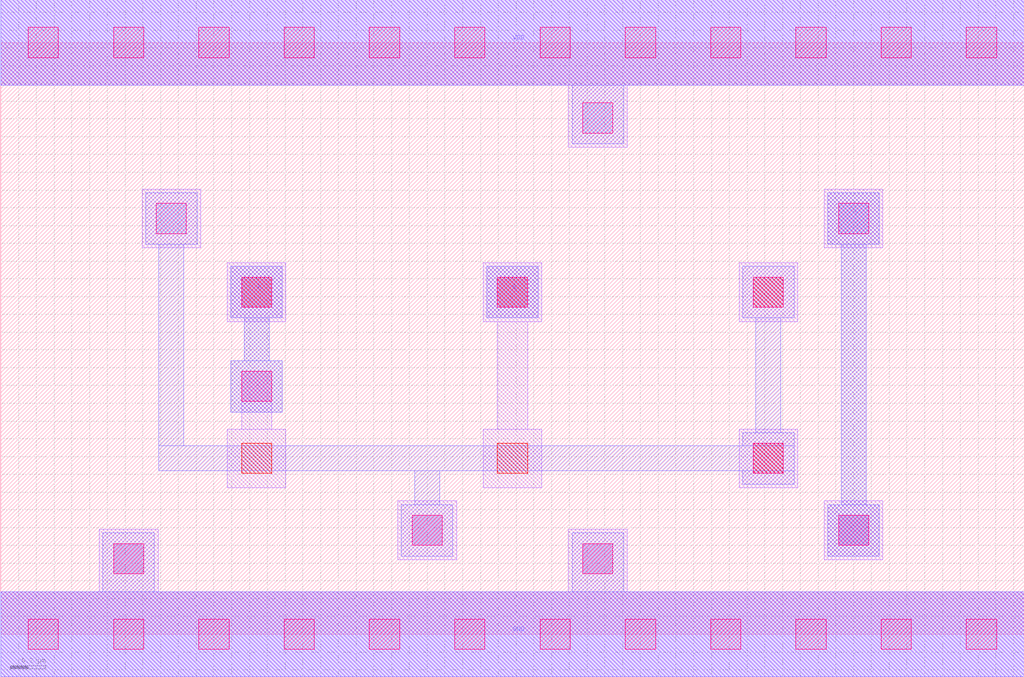
<source format=lef>
MACRO OR2X1
 CLASS CORE ;
 FOREIGN OR2X1 0 0 ;
 SIZE 5.76 BY 3.33 ;
 ORIGIN 0 0 ;
 SYMMETRY X Y R90 ;
 SITE unit ;
  PIN VDD
   DIRECTION INOUT ;
   USE POWER ;
   SHAPE ABUTMENT ;
    PORT
     CLASS CORE ;
       LAYER li1 ;
        RECT 0.00000000 3.09000000 5.76000000 3.57000000 ;
       LAYER met1 ;
        RECT 0.00000000 3.09000000 5.76000000 3.57000000 ;
    END
  END VDD

  PIN GND
   DIRECTION INOUT ;
   USE POWER ;
   SHAPE ABUTMENT ;
    PORT
     CLASS CORE ;
       LAYER li1 ;
        RECT 0.00000000 -0.24000000 5.76000000 0.24000000 ;
       LAYER met1 ;
        RECT 0.00000000 -0.24000000 5.76000000 0.24000000 ;
    END
  END GND

  PIN Y
   DIRECTION INOUT ;
   USE SIGNAL ;
   SHAPE ABUTMENT ;
    PORT
     CLASS CORE ;
       LAYER met1 ;
        RECT 4.65500000 0.44000000 4.94500000 0.73000000 ;
        RECT 4.73000000 0.73000000 4.87000000 2.19500000 ;
        RECT 4.65500000 2.19500000 4.94500000 2.48500000 ;
    END
  END Y

  PIN A
   DIRECTION INOUT ;
   USE SIGNAL ;
   SHAPE ABUTMENT ;
    PORT
     CLASS CORE ;
       LAYER met1 ;
        RECT 1.29500000 1.25000000 1.58500000 1.54000000 ;
        RECT 1.37000000 1.54000000 1.51000000 1.78000000 ;
        RECT 1.29500000 1.78000000 1.58500000 2.07000000 ;
    END
  END A

  PIN B
   DIRECTION INOUT ;
   USE SIGNAL ;
   SHAPE ABUTMENT ;
    PORT
     CLASS CORE ;
       LAYER met1 ;
        RECT 2.73500000 1.78000000 3.02500000 2.07000000 ;
    END
  END B

 OBS
    LAYER polycont ;
     RECT 1.35500000 0.90500000 1.52500000 1.07500000 ;
     RECT 2.79500000 0.90500000 2.96500000 1.07500000 ;
     RECT 4.23500000 0.90500000 4.40500000 1.07500000 ;
     RECT 1.35500000 1.84000000 1.52500000 2.01000000 ;
     RECT 2.79500000 1.84000000 2.96500000 2.01000000 ;
     RECT 4.23500000 1.84000000 4.40500000 2.01000000 ;

    LAYER pdiffc ;
     RECT 0.87500000 2.25500000 1.04500000 2.42500000 ;
     RECT 4.71500000 2.25500000 4.88500000 2.42500000 ;
     RECT 3.27500000 2.82000000 3.44500000 2.99000000 ;

    LAYER ndiffc ;
     RECT 0.63500000 0.34000000 0.80500000 0.51000000 ;
     RECT 3.27500000 0.34000000 3.44500000 0.51000000 ;
     RECT 2.31500000 0.50000000 2.48500000 0.67000000 ;
     RECT 4.71500000 0.50000000 4.88500000 0.67000000 ;

    LAYER li1 ;
     RECT 0.00000000 -0.24000000 5.76000000 0.24000000 ;
     RECT 0.55500000 0.24000000 0.88500000 0.59000000 ;
     RECT 3.19500000 0.24000000 3.52500000 0.59000000 ;
     RECT 2.23500000 0.42000000 2.56500000 0.75000000 ;
     RECT 4.63500000 0.42000000 4.96500000 0.75000000 ;
     RECT 4.15500000 0.82500000 4.48500000 1.15500000 ;
     RECT 1.27500000 0.82500000 1.60500000 1.15500000 ;
     RECT 1.35500000 1.15500000 1.52500000 1.48000000 ;
     RECT 1.27500000 1.76000000 1.60500000 2.09000000 ;
     RECT 2.71500000 0.82500000 3.04500000 1.15500000 ;
     RECT 2.79500000 1.15500000 2.96500000 1.76000000 ;
     RECT 2.71500000 1.76000000 3.04500000 2.09000000 ;
     RECT 4.15500000 1.76000000 4.48500000 2.09000000 ;
     RECT 0.79500000 2.17500000 1.12500000 2.50500000 ;
     RECT 4.63500000 2.17500000 4.96500000 2.50500000 ;
     RECT 3.19500000 2.74000000 3.52500000 3.09000000 ;
     RECT 0.00000000 3.09000000 5.76000000 3.57000000 ;

    LAYER viali ;
     RECT 0.15500000 -0.08500000 0.32500000 0.08500000 ;
     RECT 0.63500000 -0.08500000 0.80500000 0.08500000 ;
     RECT 1.11500000 -0.08500000 1.28500000 0.08500000 ;
     RECT 1.59500000 -0.08500000 1.76500000 0.08500000 ;
     RECT 2.07500000 -0.08500000 2.24500000 0.08500000 ;
     RECT 2.55500000 -0.08500000 2.72500000 0.08500000 ;
     RECT 3.03500000 -0.08500000 3.20500000 0.08500000 ;
     RECT 3.51500000 -0.08500000 3.68500000 0.08500000 ;
     RECT 3.99500000 -0.08500000 4.16500000 0.08500000 ;
     RECT 4.47500000 -0.08500000 4.64500000 0.08500000 ;
     RECT 4.95500000 -0.08500000 5.12500000 0.08500000 ;
     RECT 5.43500000 -0.08500000 5.60500000 0.08500000 ;
     RECT 0.63500000 0.34000000 0.80500000 0.51000000 ;
     RECT 3.27500000 0.34000000 3.44500000 0.51000000 ;
     RECT 2.31500000 0.50000000 2.48500000 0.67000000 ;
     RECT 4.71500000 0.50000000 4.88500000 0.67000000 ;
     RECT 4.23500000 0.90500000 4.40500000 1.07500000 ;
     RECT 1.35500000 1.31000000 1.52500000 1.48000000 ;
     RECT 1.35500000 1.84000000 1.52500000 2.01000000 ;
     RECT 2.79500000 1.84000000 2.96500000 2.01000000 ;
     RECT 4.23500000 1.84000000 4.40500000 2.01000000 ;
     RECT 0.87500000 2.25500000 1.04500000 2.42500000 ;
     RECT 4.71500000 2.25500000 4.88500000 2.42500000 ;
     RECT 3.27500000 2.82000000 3.44500000 2.99000000 ;
     RECT 0.15500000 3.24500000 0.32500000 3.41500000 ;
     RECT 0.63500000 3.24500000 0.80500000 3.41500000 ;
     RECT 1.11500000 3.24500000 1.28500000 3.41500000 ;
     RECT 1.59500000 3.24500000 1.76500000 3.41500000 ;
     RECT 2.07500000 3.24500000 2.24500000 3.41500000 ;
     RECT 2.55500000 3.24500000 2.72500000 3.41500000 ;
     RECT 3.03500000 3.24500000 3.20500000 3.41500000 ;
     RECT 3.51500000 3.24500000 3.68500000 3.41500000 ;
     RECT 3.99500000 3.24500000 4.16500000 3.41500000 ;
     RECT 4.47500000 3.24500000 4.64500000 3.41500000 ;
     RECT 4.95500000 3.24500000 5.12500000 3.41500000 ;
     RECT 5.43500000 3.24500000 5.60500000 3.41500000 ;

    LAYER met1 ;
     RECT 0.00000000 -0.24000000 5.76000000 0.24000000 ;
     RECT 0.57500000 0.24000000 0.86500000 0.57000000 ;
     RECT 3.21500000 0.24000000 3.50500000 0.57000000 ;
     RECT 1.29500000 1.25000000 1.58500000 1.54000000 ;
     RECT 1.37000000 1.54000000 1.51000000 1.78000000 ;
     RECT 1.29500000 1.78000000 1.58500000 2.07000000 ;
     RECT 2.73500000 1.78000000 3.02500000 2.07000000 ;
     RECT 2.25500000 0.44000000 2.54500000 0.73000000 ;
     RECT 2.33000000 0.73000000 2.47000000 0.92000000 ;
     RECT 4.17500000 0.84500000 4.46500000 0.92000000 ;
     RECT 0.89000000 0.92000000 4.46500000 1.06000000 ;
     RECT 4.17500000 1.06000000 4.46500000 1.13500000 ;
     RECT 4.25000000 1.13500000 4.39000000 1.78000000 ;
     RECT 4.17500000 1.78000000 4.46500000 2.07000000 ;
     RECT 0.89000000 1.06000000 1.03000000 2.19500000 ;
     RECT 0.81500000 2.19500000 1.10500000 2.48500000 ;
     RECT 4.65500000 0.44000000 4.94500000 0.73000000 ;
     RECT 4.73000000 0.73000000 4.87000000 2.19500000 ;
     RECT 4.65500000 2.19500000 4.94500000 2.48500000 ;
     RECT 3.21500000 2.76000000 3.50500000 3.09000000 ;
     RECT 0.00000000 3.09000000 5.76000000 3.57000000 ;

 END
END OR2X1

</source>
